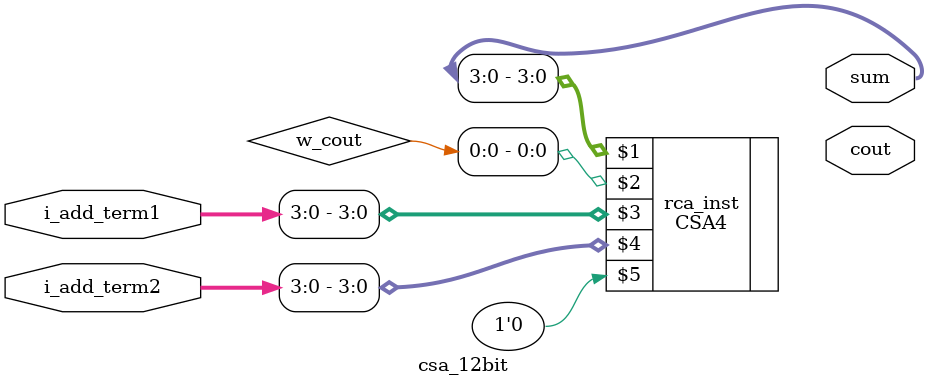
<source format=v>
 
module csa_12bit 
    #(parameter WIDTH = 8)
  (
      input [WIDTH-1:0] i_add_term1,
      input [WIDTH-1:0] i_add_term2,
      output [WIDTH-1:0]  sum,
      output cout
   );
  
    wire [WIDTH/4-1:0]     w_cout;
  
  wire [WIDTH-1:0]     w_SUM_0;
  wire [WIDTH-1:0]     w_SUM_1;
  
 

    CSA4 rca_inst(sum[3:0], w_cout[0], i_add_term1[3:0],i_add_term2[3:0],1'b0);
    
  genvar             ii;
  generate 
    for (ii=2; ii<WIDTH/4; ii=ii+1) 
      begin
        CSA4 rca_inst(sum[ii*4-1:(ii-1)*4], cout[ii*4-1], i_add_term1[ii*4-1:(ii-1)*4],i_add_term2[ii*4-1:(ii-1)*4],w_cout[ii-1]);  
        
      end
  endgenerate
   
  //assign o_result = {w_CARRY[WIDTH], w_SUM};   // Verilog Concatenation
 
endmodule // csa



</source>
